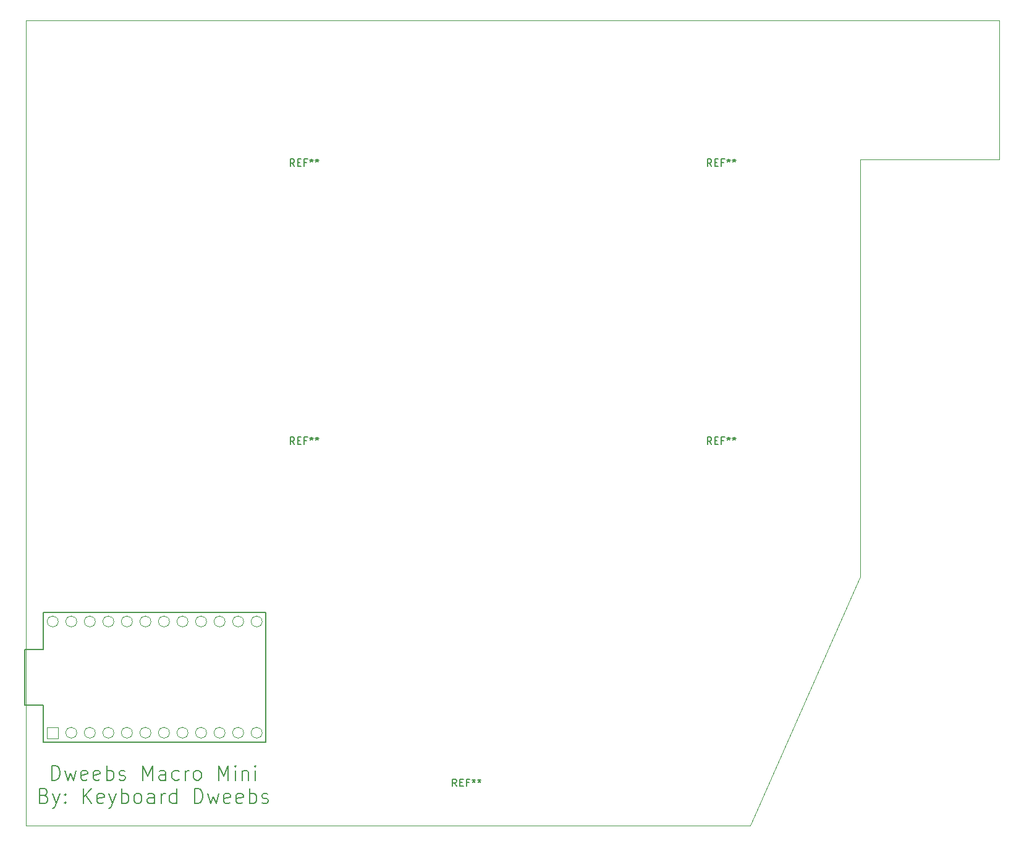
<source format=gbr>
G04 #@! TF.GenerationSoftware,KiCad,Pcbnew,(5.1.4)-1*
G04 #@! TF.CreationDate,2022-03-17T16:03:27-07:00*
G04 #@! TF.ProjectId,Dweebs-Macro-Mini,44776565-6273-42d4-9d61-63726f2d4d69,rev?*
G04 #@! TF.SameCoordinates,Original*
G04 #@! TF.FileFunction,Legend,Top*
G04 #@! TF.FilePolarity,Positive*
%FSLAX46Y46*%
G04 Gerber Fmt 4.6, Leading zero omitted, Abs format (unit mm)*
G04 Created by KiCad (PCBNEW (5.1.4)-1) date 2022-03-17 16:03:27*
%MOMM*%
%LPD*%
G04 APERTURE LIST*
%ADD10C,0.050000*%
%ADD11C,0.150000*%
%ADD12C,0.100000*%
G04 APERTURE END LIST*
D10*
X73772884Y-150018562D02*
X73818750Y-39687500D01*
X173037500Y-150018750D02*
X188118750Y-115887500D01*
X169068750Y-150018750D02*
X173037500Y-150018750D01*
X169068750Y-150018750D02*
X73772884Y-150018562D01*
D11*
X77328869Y-143792261D02*
X77328869Y-141792261D01*
X77805059Y-141792261D01*
X78090773Y-141887500D01*
X78281250Y-142077976D01*
X78376488Y-142268452D01*
X78471726Y-142649404D01*
X78471726Y-142935119D01*
X78376488Y-143316071D01*
X78281250Y-143506547D01*
X78090773Y-143697023D01*
X77805059Y-143792261D01*
X77328869Y-143792261D01*
X79138392Y-142458928D02*
X79519345Y-143792261D01*
X79900297Y-142839880D01*
X80281250Y-143792261D01*
X80662202Y-142458928D01*
X82186011Y-143697023D02*
X81995535Y-143792261D01*
X81614583Y-143792261D01*
X81424107Y-143697023D01*
X81328869Y-143506547D01*
X81328869Y-142744642D01*
X81424107Y-142554166D01*
X81614583Y-142458928D01*
X81995535Y-142458928D01*
X82186011Y-142554166D01*
X82281250Y-142744642D01*
X82281250Y-142935119D01*
X81328869Y-143125595D01*
X83900297Y-143697023D02*
X83709821Y-143792261D01*
X83328869Y-143792261D01*
X83138392Y-143697023D01*
X83043154Y-143506547D01*
X83043154Y-142744642D01*
X83138392Y-142554166D01*
X83328869Y-142458928D01*
X83709821Y-142458928D01*
X83900297Y-142554166D01*
X83995535Y-142744642D01*
X83995535Y-142935119D01*
X83043154Y-143125595D01*
X84852678Y-143792261D02*
X84852678Y-141792261D01*
X84852678Y-142554166D02*
X85043154Y-142458928D01*
X85424107Y-142458928D01*
X85614583Y-142554166D01*
X85709821Y-142649404D01*
X85805059Y-142839880D01*
X85805059Y-143411309D01*
X85709821Y-143601785D01*
X85614583Y-143697023D01*
X85424107Y-143792261D01*
X85043154Y-143792261D01*
X84852678Y-143697023D01*
X86566964Y-143697023D02*
X86757440Y-143792261D01*
X87138392Y-143792261D01*
X87328869Y-143697023D01*
X87424107Y-143506547D01*
X87424107Y-143411309D01*
X87328869Y-143220833D01*
X87138392Y-143125595D01*
X86852678Y-143125595D01*
X86662202Y-143030357D01*
X86566964Y-142839880D01*
X86566964Y-142744642D01*
X86662202Y-142554166D01*
X86852678Y-142458928D01*
X87138392Y-142458928D01*
X87328869Y-142554166D01*
X89805059Y-143792261D02*
X89805059Y-141792261D01*
X90471726Y-143220833D01*
X91138392Y-141792261D01*
X91138392Y-143792261D01*
X92947916Y-143792261D02*
X92947916Y-142744642D01*
X92852678Y-142554166D01*
X92662202Y-142458928D01*
X92281250Y-142458928D01*
X92090773Y-142554166D01*
X92947916Y-143697023D02*
X92757440Y-143792261D01*
X92281250Y-143792261D01*
X92090773Y-143697023D01*
X91995535Y-143506547D01*
X91995535Y-143316071D01*
X92090773Y-143125595D01*
X92281250Y-143030357D01*
X92757440Y-143030357D01*
X92947916Y-142935119D01*
X94757440Y-143697023D02*
X94566964Y-143792261D01*
X94186011Y-143792261D01*
X93995535Y-143697023D01*
X93900297Y-143601785D01*
X93805059Y-143411309D01*
X93805059Y-142839880D01*
X93900297Y-142649404D01*
X93995535Y-142554166D01*
X94186011Y-142458928D01*
X94566964Y-142458928D01*
X94757440Y-142554166D01*
X95614583Y-143792261D02*
X95614583Y-142458928D01*
X95614583Y-142839880D02*
X95709821Y-142649404D01*
X95805059Y-142554166D01*
X95995535Y-142458928D01*
X96186011Y-142458928D01*
X97138392Y-143792261D02*
X96947916Y-143697023D01*
X96852678Y-143601785D01*
X96757440Y-143411309D01*
X96757440Y-142839880D01*
X96852678Y-142649404D01*
X96947916Y-142554166D01*
X97138392Y-142458928D01*
X97424107Y-142458928D01*
X97614583Y-142554166D01*
X97709821Y-142649404D01*
X97805059Y-142839880D01*
X97805059Y-143411309D01*
X97709821Y-143601785D01*
X97614583Y-143697023D01*
X97424107Y-143792261D01*
X97138392Y-143792261D01*
X100186011Y-143792261D02*
X100186011Y-141792261D01*
X100852678Y-143220833D01*
X101519345Y-141792261D01*
X101519345Y-143792261D01*
X102471726Y-143792261D02*
X102471726Y-142458928D01*
X102471726Y-141792261D02*
X102376488Y-141887500D01*
X102471726Y-141982738D01*
X102566964Y-141887500D01*
X102471726Y-141792261D01*
X102471726Y-141982738D01*
X103424107Y-142458928D02*
X103424107Y-143792261D01*
X103424107Y-142649404D02*
X103519345Y-142554166D01*
X103709821Y-142458928D01*
X103995535Y-142458928D01*
X104186011Y-142554166D01*
X104281250Y-142744642D01*
X104281250Y-143792261D01*
X105233630Y-143792261D02*
X105233630Y-142458928D01*
X105233630Y-141792261D02*
X105138392Y-141887500D01*
X105233630Y-141982738D01*
X105328869Y-141887500D01*
X105233630Y-141792261D01*
X105233630Y-141982738D01*
X76328869Y-145894642D02*
X76614583Y-145989880D01*
X76709821Y-146085119D01*
X76805059Y-146275595D01*
X76805059Y-146561309D01*
X76709821Y-146751785D01*
X76614583Y-146847023D01*
X76424107Y-146942261D01*
X75662202Y-146942261D01*
X75662202Y-144942261D01*
X76328869Y-144942261D01*
X76519345Y-145037500D01*
X76614583Y-145132738D01*
X76709821Y-145323214D01*
X76709821Y-145513690D01*
X76614583Y-145704166D01*
X76519345Y-145799404D01*
X76328869Y-145894642D01*
X75662202Y-145894642D01*
X77471726Y-145608928D02*
X77947916Y-146942261D01*
X78424107Y-145608928D02*
X77947916Y-146942261D01*
X77757440Y-147418452D01*
X77662202Y-147513690D01*
X77471726Y-147608928D01*
X79186011Y-146751785D02*
X79281249Y-146847023D01*
X79186011Y-146942261D01*
X79090773Y-146847023D01*
X79186011Y-146751785D01*
X79186011Y-146942261D01*
X79186011Y-145704166D02*
X79281249Y-145799404D01*
X79186011Y-145894642D01*
X79090773Y-145799404D01*
X79186011Y-145704166D01*
X79186011Y-145894642D01*
X81662202Y-146942261D02*
X81662202Y-144942261D01*
X82805059Y-146942261D02*
X81947916Y-145799404D01*
X82805059Y-144942261D02*
X81662202Y-146085119D01*
X84424107Y-146847023D02*
X84233630Y-146942261D01*
X83852678Y-146942261D01*
X83662202Y-146847023D01*
X83566964Y-146656547D01*
X83566964Y-145894642D01*
X83662202Y-145704166D01*
X83852678Y-145608928D01*
X84233630Y-145608928D01*
X84424107Y-145704166D01*
X84519345Y-145894642D01*
X84519345Y-146085119D01*
X83566964Y-146275595D01*
X85186011Y-145608928D02*
X85662202Y-146942261D01*
X86138392Y-145608928D02*
X85662202Y-146942261D01*
X85471726Y-147418452D01*
X85376488Y-147513690D01*
X85186011Y-147608928D01*
X86900297Y-146942261D02*
X86900297Y-144942261D01*
X86900297Y-145704166D02*
X87090773Y-145608928D01*
X87471726Y-145608928D01*
X87662202Y-145704166D01*
X87757440Y-145799404D01*
X87852678Y-145989880D01*
X87852678Y-146561309D01*
X87757440Y-146751785D01*
X87662202Y-146847023D01*
X87471726Y-146942261D01*
X87090773Y-146942261D01*
X86900297Y-146847023D01*
X88995535Y-146942261D02*
X88805059Y-146847023D01*
X88709821Y-146751785D01*
X88614583Y-146561309D01*
X88614583Y-145989880D01*
X88709821Y-145799404D01*
X88805059Y-145704166D01*
X88995535Y-145608928D01*
X89281249Y-145608928D01*
X89471726Y-145704166D01*
X89566964Y-145799404D01*
X89662202Y-145989880D01*
X89662202Y-146561309D01*
X89566964Y-146751785D01*
X89471726Y-146847023D01*
X89281249Y-146942261D01*
X88995535Y-146942261D01*
X91376488Y-146942261D02*
X91376488Y-145894642D01*
X91281250Y-145704166D01*
X91090773Y-145608928D01*
X90709821Y-145608928D01*
X90519345Y-145704166D01*
X91376488Y-146847023D02*
X91186011Y-146942261D01*
X90709821Y-146942261D01*
X90519345Y-146847023D01*
X90424107Y-146656547D01*
X90424107Y-146466071D01*
X90519345Y-146275595D01*
X90709821Y-146180357D01*
X91186011Y-146180357D01*
X91376488Y-146085119D01*
X92328869Y-146942261D02*
X92328869Y-145608928D01*
X92328869Y-145989880D02*
X92424107Y-145799404D01*
X92519345Y-145704166D01*
X92709821Y-145608928D01*
X92900297Y-145608928D01*
X94424107Y-146942261D02*
X94424107Y-144942261D01*
X94424107Y-146847023D02*
X94233630Y-146942261D01*
X93852678Y-146942261D01*
X93662202Y-146847023D01*
X93566964Y-146751785D01*
X93471726Y-146561309D01*
X93471726Y-145989880D01*
X93566964Y-145799404D01*
X93662202Y-145704166D01*
X93852678Y-145608928D01*
X94233630Y-145608928D01*
X94424107Y-145704166D01*
X96900297Y-146942261D02*
X96900297Y-144942261D01*
X97376488Y-144942261D01*
X97662202Y-145037500D01*
X97852678Y-145227976D01*
X97947916Y-145418452D01*
X98043154Y-145799404D01*
X98043154Y-146085119D01*
X97947916Y-146466071D01*
X97852678Y-146656547D01*
X97662202Y-146847023D01*
X97376488Y-146942261D01*
X96900297Y-146942261D01*
X98709821Y-145608928D02*
X99090773Y-146942261D01*
X99471726Y-145989880D01*
X99852678Y-146942261D01*
X100233630Y-145608928D01*
X101757440Y-146847023D02*
X101566964Y-146942261D01*
X101186011Y-146942261D01*
X100995535Y-146847023D01*
X100900297Y-146656547D01*
X100900297Y-145894642D01*
X100995535Y-145704166D01*
X101186011Y-145608928D01*
X101566964Y-145608928D01*
X101757440Y-145704166D01*
X101852678Y-145894642D01*
X101852678Y-146085119D01*
X100900297Y-146275595D01*
X103471726Y-146847023D02*
X103281249Y-146942261D01*
X102900297Y-146942261D01*
X102709821Y-146847023D01*
X102614583Y-146656547D01*
X102614583Y-145894642D01*
X102709821Y-145704166D01*
X102900297Y-145608928D01*
X103281249Y-145608928D01*
X103471726Y-145704166D01*
X103566964Y-145894642D01*
X103566964Y-146085119D01*
X102614583Y-146275595D01*
X104424107Y-146942261D02*
X104424107Y-144942261D01*
X104424107Y-145704166D02*
X104614583Y-145608928D01*
X104995535Y-145608928D01*
X105186011Y-145704166D01*
X105281249Y-145799404D01*
X105376488Y-145989880D01*
X105376488Y-146561309D01*
X105281249Y-146751785D01*
X105186011Y-146847023D01*
X104995535Y-146942261D01*
X104614583Y-146942261D01*
X104424107Y-146847023D01*
X106138392Y-146847023D02*
X106328869Y-146942261D01*
X106709821Y-146942261D01*
X106900297Y-146847023D01*
X106995535Y-146656547D01*
X106995535Y-146561309D01*
X106900297Y-146370833D01*
X106709821Y-146275595D01*
X106424107Y-146275595D01*
X106233630Y-146180357D01*
X106138392Y-145989880D01*
X106138392Y-145894642D01*
X106233630Y-145704166D01*
X106424107Y-145608928D01*
X106709821Y-145608928D01*
X106900297Y-145704166D01*
D10*
X188118750Y-58737500D02*
X188118750Y-115887500D01*
X207168750Y-58737500D02*
X188118750Y-58737500D01*
X207168750Y-39687500D02*
X207168750Y-58737500D01*
X73818750Y-39687500D02*
X207168750Y-39687500D01*
D11*
X106680000Y-120777000D02*
X106680000Y-138557000D01*
X76200000Y-120777000D02*
X106680000Y-120777000D01*
X76200000Y-125857000D02*
X76200000Y-120777000D01*
X73660000Y-125857000D02*
X76200000Y-125857000D01*
X73660000Y-133477000D02*
X73660000Y-125857000D01*
X76200000Y-133477000D02*
X73660000Y-133477000D01*
X76200000Y-138557000D02*
X76200000Y-133477000D01*
X76200000Y-138557000D02*
X106680000Y-138557000D01*
D12*
X78220000Y-122047000D02*
G75*
G03X78220000Y-122047000I-750000J0D01*
G01*
X80760000Y-122047000D02*
G75*
G03X80760000Y-122047000I-750000J0D01*
G01*
X83300000Y-122047000D02*
G75*
G03X83300000Y-122047000I-750000J0D01*
G01*
X85840000Y-122047000D02*
G75*
G03X85840000Y-122047000I-750000J0D01*
G01*
X88380000Y-122047000D02*
G75*
G03X88380000Y-122047000I-750000J0D01*
G01*
X90920000Y-122047000D02*
G75*
G03X90920000Y-122047000I-750000J0D01*
G01*
X93460000Y-122047000D02*
G75*
G03X93460000Y-122047000I-750000J0D01*
G01*
X96000000Y-122047000D02*
G75*
G03X96000000Y-122047000I-750000J0D01*
G01*
X98540000Y-122047000D02*
G75*
G03X98540000Y-122047000I-750000J0D01*
G01*
X101080000Y-122047000D02*
G75*
G03X101080000Y-122047000I-750000J0D01*
G01*
X103620000Y-122047000D02*
G75*
G03X103620000Y-122047000I-750000J0D01*
G01*
X106160000Y-122047000D02*
G75*
G03X106160000Y-122047000I-750000J0D01*
G01*
X106160000Y-137287000D02*
G75*
G03X106160000Y-137287000I-750000J0D01*
G01*
X103620000Y-137287000D02*
G75*
G03X103620000Y-137287000I-750000J0D01*
G01*
X101080000Y-137287000D02*
G75*
G03X101080000Y-137287000I-750000J0D01*
G01*
X98540000Y-137287000D02*
G75*
G03X98540000Y-137287000I-750000J0D01*
G01*
X96000000Y-137287000D02*
G75*
G03X96000000Y-137287000I-750000J0D01*
G01*
X93460000Y-137287000D02*
G75*
G03X93460000Y-137287000I-750000J0D01*
G01*
X90920000Y-137287000D02*
G75*
G03X90920000Y-137287000I-750000J0D01*
G01*
X88380000Y-137287000D02*
G75*
G03X88380000Y-137287000I-750000J0D01*
G01*
X85840000Y-137287000D02*
G75*
G03X85840000Y-137287000I-750000J0D01*
G01*
X83300000Y-137287000D02*
G75*
G03X83300000Y-137287000I-750000J0D01*
G01*
X80760000Y-137287000D02*
G75*
G03X80760000Y-137287000I-750000J0D01*
G01*
X76720000Y-136537000D02*
X76720000Y-138037000D01*
X78220000Y-138037000D01*
X78220000Y-136537000D01*
X76720000Y-136537000D01*
D11*
X132810416Y-144621130D02*
X132477083Y-144144940D01*
X132238988Y-144621130D02*
X132238988Y-143621130D01*
X132619940Y-143621130D01*
X132715178Y-143668750D01*
X132762797Y-143716369D01*
X132810416Y-143811607D01*
X132810416Y-143954464D01*
X132762797Y-144049702D01*
X132715178Y-144097321D01*
X132619940Y-144144940D01*
X132238988Y-144144940D01*
X133238988Y-144097321D02*
X133572321Y-144097321D01*
X133715178Y-144621130D02*
X133238988Y-144621130D01*
X133238988Y-143621130D01*
X133715178Y-143621130D01*
X134477083Y-144097321D02*
X134143750Y-144097321D01*
X134143750Y-144621130D02*
X134143750Y-143621130D01*
X134619940Y-143621130D01*
X135143750Y-143621130D02*
X135143750Y-143859226D01*
X134905654Y-143763988D02*
X135143750Y-143859226D01*
X135381845Y-143763988D01*
X135000892Y-144049702D02*
X135143750Y-143859226D01*
X135286607Y-144049702D01*
X135905654Y-143621130D02*
X135905654Y-143859226D01*
X135667559Y-143763988D02*
X135905654Y-143859226D01*
X136143750Y-143763988D01*
X135762797Y-144049702D02*
X135905654Y-143859226D01*
X136048511Y-144049702D01*
X110585416Y-97789880D02*
X110252083Y-97313690D01*
X110013988Y-97789880D02*
X110013988Y-96789880D01*
X110394940Y-96789880D01*
X110490178Y-96837500D01*
X110537797Y-96885119D01*
X110585416Y-96980357D01*
X110585416Y-97123214D01*
X110537797Y-97218452D01*
X110490178Y-97266071D01*
X110394940Y-97313690D01*
X110013988Y-97313690D01*
X111013988Y-97266071D02*
X111347321Y-97266071D01*
X111490178Y-97789880D02*
X111013988Y-97789880D01*
X111013988Y-96789880D01*
X111490178Y-96789880D01*
X112252083Y-97266071D02*
X111918750Y-97266071D01*
X111918750Y-97789880D02*
X111918750Y-96789880D01*
X112394940Y-96789880D01*
X112918750Y-96789880D02*
X112918750Y-97027976D01*
X112680654Y-96932738D02*
X112918750Y-97027976D01*
X113156845Y-96932738D01*
X112775892Y-97218452D02*
X112918750Y-97027976D01*
X113061607Y-97218452D01*
X113680654Y-96789880D02*
X113680654Y-97027976D01*
X113442559Y-96932738D02*
X113680654Y-97027976D01*
X113918750Y-96932738D01*
X113537797Y-97218452D02*
X113680654Y-97027976D01*
X113823511Y-97218452D01*
X167735416Y-97789880D02*
X167402083Y-97313690D01*
X167163988Y-97789880D02*
X167163988Y-96789880D01*
X167544940Y-96789880D01*
X167640178Y-96837500D01*
X167687797Y-96885119D01*
X167735416Y-96980357D01*
X167735416Y-97123214D01*
X167687797Y-97218452D01*
X167640178Y-97266071D01*
X167544940Y-97313690D01*
X167163988Y-97313690D01*
X168163988Y-97266071D02*
X168497321Y-97266071D01*
X168640178Y-97789880D02*
X168163988Y-97789880D01*
X168163988Y-96789880D01*
X168640178Y-96789880D01*
X169402083Y-97266071D02*
X169068750Y-97266071D01*
X169068750Y-97789880D02*
X169068750Y-96789880D01*
X169544940Y-96789880D01*
X170068750Y-96789880D02*
X170068750Y-97027976D01*
X169830654Y-96932738D02*
X170068750Y-97027976D01*
X170306845Y-96932738D01*
X169925892Y-97218452D02*
X170068750Y-97027976D01*
X170211607Y-97218452D01*
X170830654Y-96789880D02*
X170830654Y-97027976D01*
X170592559Y-96932738D02*
X170830654Y-97027976D01*
X171068750Y-96932738D01*
X170687797Y-97218452D02*
X170830654Y-97027976D01*
X170973511Y-97218452D01*
X167735416Y-59689880D02*
X167402083Y-59213690D01*
X167163988Y-59689880D02*
X167163988Y-58689880D01*
X167544940Y-58689880D01*
X167640178Y-58737500D01*
X167687797Y-58785119D01*
X167735416Y-58880357D01*
X167735416Y-59023214D01*
X167687797Y-59118452D01*
X167640178Y-59166071D01*
X167544940Y-59213690D01*
X167163988Y-59213690D01*
X168163988Y-59166071D02*
X168497321Y-59166071D01*
X168640178Y-59689880D02*
X168163988Y-59689880D01*
X168163988Y-58689880D01*
X168640178Y-58689880D01*
X169402083Y-59166071D02*
X169068750Y-59166071D01*
X169068750Y-59689880D02*
X169068750Y-58689880D01*
X169544940Y-58689880D01*
X170068750Y-58689880D02*
X170068750Y-58927976D01*
X169830654Y-58832738D02*
X170068750Y-58927976D01*
X170306845Y-58832738D01*
X169925892Y-59118452D02*
X170068750Y-58927976D01*
X170211607Y-59118452D01*
X170830654Y-58689880D02*
X170830654Y-58927976D01*
X170592559Y-58832738D02*
X170830654Y-58927976D01*
X171068750Y-58832738D01*
X170687797Y-59118452D02*
X170830654Y-58927976D01*
X170973511Y-59118452D01*
X110585416Y-59689880D02*
X110252083Y-59213690D01*
X110013988Y-59689880D02*
X110013988Y-58689880D01*
X110394940Y-58689880D01*
X110490178Y-58737500D01*
X110537797Y-58785119D01*
X110585416Y-58880357D01*
X110585416Y-59023214D01*
X110537797Y-59118452D01*
X110490178Y-59166071D01*
X110394940Y-59213690D01*
X110013988Y-59213690D01*
X111013988Y-59166071D02*
X111347321Y-59166071D01*
X111490178Y-59689880D02*
X111013988Y-59689880D01*
X111013988Y-58689880D01*
X111490178Y-58689880D01*
X112252083Y-59166071D02*
X111918750Y-59166071D01*
X111918750Y-59689880D02*
X111918750Y-58689880D01*
X112394940Y-58689880D01*
X112918750Y-58689880D02*
X112918750Y-58927976D01*
X112680654Y-58832738D02*
X112918750Y-58927976D01*
X113156845Y-58832738D01*
X112775892Y-59118452D02*
X112918750Y-58927976D01*
X113061607Y-59118452D01*
X113680654Y-58689880D02*
X113680654Y-58927976D01*
X113442559Y-58832738D02*
X113680654Y-58927976D01*
X113918750Y-58832738D01*
X113537797Y-59118452D02*
X113680654Y-58927976D01*
X113823511Y-59118452D01*
M02*

</source>
